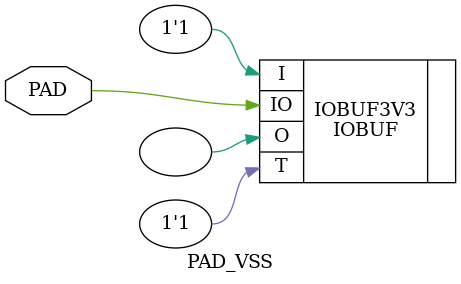
<source format=v>

module PAD_VSS (
   // Inouts
   PAD
   );
   inout PAD;

  IOBUF #(
    .IOSTANDARD ("LVCMOS33"),
    .DRIVE(8)
  ) IOBUF3V3 (
    .O( ),
    .IO(PAD),
    .I(1'b1),
    .T(1'b1)
  );
    
endmodule // PAD_VSS

</source>
